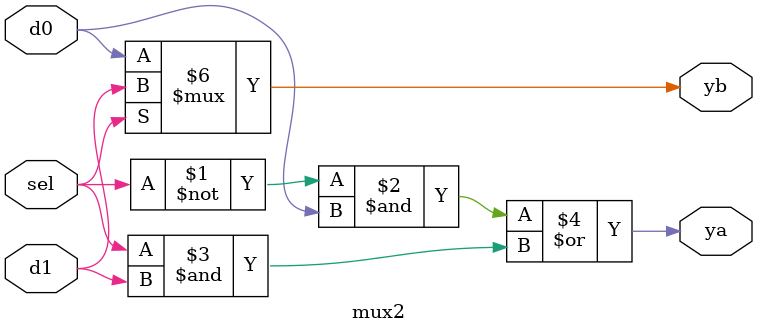
<source format=v>
module mux2(
    input d0,
    input d1,
    input sel,
    output ya,
    output yb
    );
    
assign ya = (~sel & d0) | (sel & d1);

assign yb = (sel == 0) ?  d0 : d1;
    
endmodule

</source>
